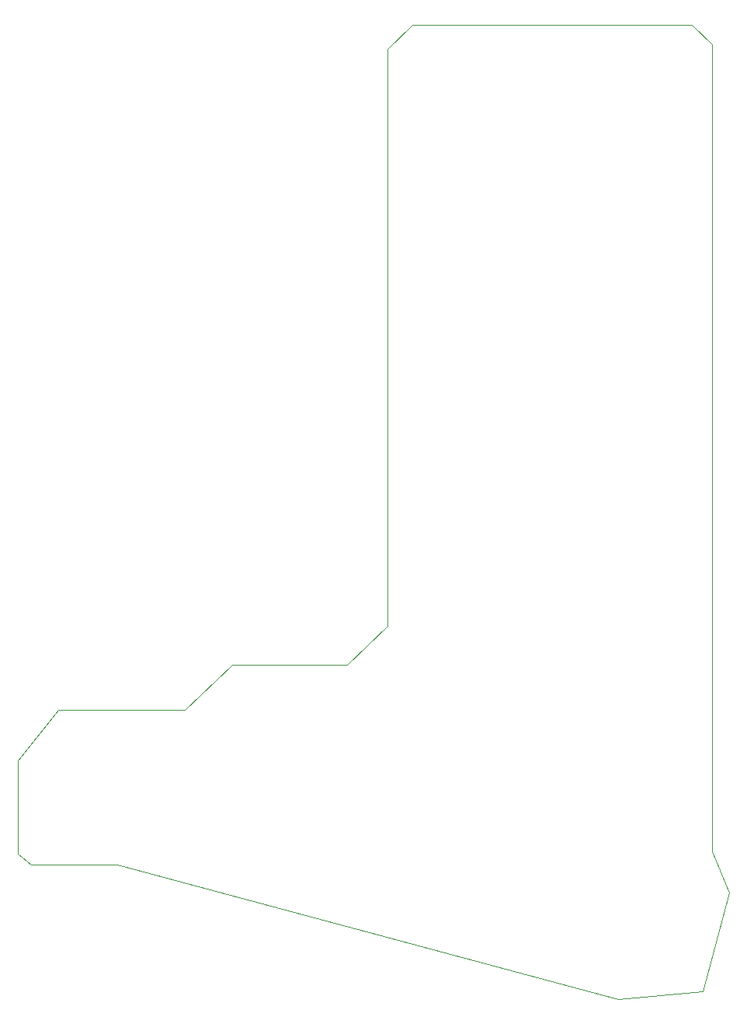
<source format=gbr>
G04 #@! TF.GenerationSoftware,KiCad,Pcbnew,(5.1.4)-1*
G04 #@! TF.CreationDate,2023-02-10T21:16:47-05:00*
G04 #@! TF.ProjectId,ThumbsUp,5468756d-6273-4557-902e-6b696361645f,rev?*
G04 #@! TF.SameCoordinates,Original*
G04 #@! TF.FileFunction,Profile,NP*
%FSLAX46Y46*%
G04 Gerber Fmt 4.6, Leading zero omitted, Abs format (unit mm)*
G04 Created by KiCad (PCBNEW (5.1.4)-1) date 2023-02-10 21:16:47*
%MOMM*%
%LPD*%
G04 APERTURE LIST*
%ADD10C,0.050000*%
G04 APERTURE END LIST*
D10*
X129254192Y-474050399D02*
X132132325Y-463288599D01*
X130334214Y-458838116D02*
X130321847Y-451519862D01*
X130334214Y-458838116D02*
X132132325Y-463288599D01*
X97632790Y-368762952D02*
X128132789Y-368762952D01*
X54632790Y-448912952D02*
X59032790Y-443412952D01*
X130314797Y-370910158D02*
X128132789Y-368762952D01*
X130313464Y-393918708D02*
X130314797Y-392160158D01*
X54632789Y-459012952D02*
X56032790Y-460212952D01*
X65232790Y-460212952D02*
X65432790Y-460212952D01*
X94932790Y-392712952D02*
X94932789Y-434212952D01*
X65232790Y-460212952D02*
X56032790Y-460212952D01*
X90500000Y-438500000D02*
X94932789Y-434212952D01*
X78000000Y-438500000D02*
X72832789Y-443412952D01*
X97632790Y-368762952D02*
X94932790Y-371462952D01*
X54632790Y-448912952D02*
X54632789Y-459012952D01*
X130313464Y-393918708D02*
X130339205Y-433490533D01*
X130321847Y-451519862D02*
X130327669Y-450500233D01*
X129254192Y-474050399D02*
X120032789Y-474912952D01*
X130339205Y-433490533D02*
X130327669Y-450500233D01*
X130314797Y-373110158D02*
X130314797Y-370910158D01*
X94932790Y-392712952D02*
X94932790Y-373662952D01*
X94932790Y-373662952D02*
X94932790Y-371462952D01*
X130314797Y-392160158D02*
X130314797Y-373110158D01*
X90500000Y-438500000D02*
X78000000Y-438500000D01*
X72832789Y-443412952D02*
X59032790Y-443412952D01*
X120032789Y-474912952D02*
X65432790Y-460212952D01*
M02*

</source>
